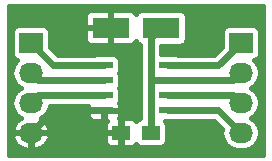
<source format=gbr>
G04 #@! TF.FileFunction,Copper,L1,Top,Signal*
%FSLAX46Y46*%
G04 Gerber Fmt 4.6, Leading zero omitted, Abs format (unit mm)*
G04 Created by KiCad (PCBNEW 4.0.2+e4-6225~38~ubuntu14.04.1-stable) date Mon 01 Aug 2016 11:47:33 SAST*
%MOMM*%
G01*
G04 APERTURE LIST*
%ADD10C,0.050000*%
%ADD11R,1.500000X1.250000*%
%ADD12R,3.149600X1.800860*%
%ADD13R,2.032000X1.727200*%
%ADD14O,2.032000X1.727200*%
%ADD15R,1.550000X0.600000*%
%ADD16C,0.600000*%
%ADD17C,0.400000*%
G04 APERTURE END LIST*
D10*
D11*
X148570000Y-109220000D03*
X146070000Y-109220000D03*
D12*
X145194020Y-100330000D03*
X149445980Y-100330000D03*
D13*
X138430000Y-101600000D03*
D14*
X138430000Y-104140000D03*
X138430000Y-106680000D03*
X138430000Y-109220000D03*
D13*
X156210000Y-101600000D03*
D14*
X156210000Y-104140000D03*
X156210000Y-106680000D03*
X156210000Y-109220000D03*
D15*
X144620000Y-103505000D03*
X144620000Y-104775000D03*
X144620000Y-106045000D03*
X144620000Y-107315000D03*
X150020000Y-107315000D03*
X150020000Y-106045000D03*
X150020000Y-104775000D03*
X150020000Y-103505000D03*
D16*
X150020000Y-104775000D02*
X155575000Y-104775000D01*
X155575000Y-104775000D02*
X156210000Y-104140000D01*
X150020000Y-104775000D02*
X148570000Y-104775000D01*
X148570000Y-109220000D02*
X148570000Y-104775000D01*
X148570000Y-104775000D02*
X148570000Y-101205980D01*
X148570000Y-101205980D02*
X149445980Y-100330000D01*
X144620000Y-107315000D02*
X140335000Y-107315000D01*
X140335000Y-107315000D02*
X138430000Y-109220000D01*
X144620000Y-103505000D02*
X140335000Y-103505000D01*
X140335000Y-103505000D02*
X138430000Y-101600000D01*
X144620000Y-104775000D02*
X139065000Y-104775000D01*
X139065000Y-104775000D02*
X138430000Y-104140000D01*
X144620000Y-106045000D02*
X139065000Y-106045000D01*
X139065000Y-106045000D02*
X138430000Y-106680000D01*
X150020000Y-103505000D02*
X154305000Y-103505000D01*
X154305000Y-103505000D02*
X156210000Y-101600000D01*
X150020000Y-106045000D02*
X155575000Y-106045000D01*
X155575000Y-106045000D02*
X156210000Y-106680000D01*
X150020000Y-107315000D02*
X154305000Y-107315000D01*
X154305000Y-107315000D02*
X156210000Y-109220000D01*
D17*
G36*
X158075000Y-111085000D02*
X136565000Y-111085000D01*
X136565000Y-109502137D01*
X136841452Y-109502137D01*
X136904745Y-109730206D01*
X137204495Y-110216738D01*
X137667615Y-110551525D01*
X138223600Y-110683600D01*
X138376000Y-110683600D01*
X138376000Y-109274000D01*
X138484000Y-109274000D01*
X138484000Y-110683600D01*
X138636400Y-110683600D01*
X139192385Y-110551525D01*
X139655505Y-110216738D01*
X139955255Y-109730206D01*
X140018548Y-109502137D01*
X139976196Y-109424000D01*
X144720000Y-109424000D01*
X144720000Y-109964348D01*
X144811345Y-110184873D01*
X144980128Y-110353656D01*
X145200653Y-110445000D01*
X145866000Y-110445000D01*
X146016000Y-110295000D01*
X146016000Y-109274000D01*
X144870000Y-109274000D01*
X144720000Y-109424000D01*
X139976196Y-109424000D01*
X139894890Y-109274000D01*
X138484000Y-109274000D01*
X138376000Y-109274000D01*
X136965110Y-109274000D01*
X136841452Y-109502137D01*
X136565000Y-109502137D01*
X136565000Y-104140000D01*
X136782341Y-104140000D01*
X136893751Y-104700095D01*
X137211020Y-105174921D01*
X137562840Y-105410000D01*
X137211020Y-105645079D01*
X136893751Y-106119905D01*
X136782341Y-106680000D01*
X136893751Y-107240095D01*
X137211020Y-107714921D01*
X137573060Y-107956829D01*
X137204495Y-108223262D01*
X136904745Y-108709794D01*
X136841452Y-108937863D01*
X136965110Y-109166000D01*
X138376000Y-109166000D01*
X138376000Y-109146000D01*
X138484000Y-109146000D01*
X138484000Y-109166000D01*
X139894890Y-109166000D01*
X140018548Y-108937863D01*
X139955255Y-108709794D01*
X139655505Y-108223262D01*
X139286940Y-107956829D01*
X139648980Y-107714921D01*
X139779890Y-107519000D01*
X143245000Y-107519000D01*
X143245000Y-107734348D01*
X143336345Y-107954873D01*
X143505128Y-108123656D01*
X143725653Y-108215000D01*
X144416000Y-108215000D01*
X144566000Y-108065000D01*
X144566000Y-107369000D01*
X144674000Y-107369000D01*
X144674000Y-108065000D01*
X144824000Y-108215000D01*
X144851472Y-108215000D01*
X144811345Y-108255127D01*
X144720000Y-108475652D01*
X144720000Y-109016000D01*
X144870000Y-109166000D01*
X146016000Y-109166000D01*
X146016000Y-108145000D01*
X145866000Y-107995000D01*
X145863528Y-107995000D01*
X145903655Y-107954873D01*
X145995000Y-107734348D01*
X145995000Y-107519000D01*
X145845000Y-107369000D01*
X144674000Y-107369000D01*
X144566000Y-107369000D01*
X143395000Y-107369000D01*
X143245000Y-107519000D01*
X139779890Y-107519000D01*
X139966249Y-107240095D01*
X140024947Y-106945000D01*
X143245000Y-106945000D01*
X143245000Y-107111000D01*
X143395000Y-107261000D01*
X144566000Y-107261000D01*
X144566000Y-107241000D01*
X144674000Y-107241000D01*
X144674000Y-107261000D01*
X145845000Y-107261000D01*
X145995000Y-107111000D01*
X145995000Y-106895652D01*
X145903655Y-106675127D01*
X145898877Y-106670349D01*
X145958556Y-106583007D01*
X146006754Y-106345000D01*
X146006754Y-105745000D01*
X145964917Y-105522654D01*
X145892357Y-105409893D01*
X145958556Y-105313007D01*
X146006754Y-105075000D01*
X146006754Y-104475000D01*
X145964917Y-104252654D01*
X145892357Y-104139893D01*
X145958556Y-104043007D01*
X146006754Y-103805000D01*
X146006754Y-103205000D01*
X145964917Y-102982654D01*
X145833510Y-102778442D01*
X145633007Y-102641444D01*
X145395000Y-102593246D01*
X143845000Y-102593246D01*
X143782532Y-102605000D01*
X140707792Y-102605000D01*
X140057754Y-101954962D01*
X140057754Y-100736400D01*
X140019671Y-100534000D01*
X143019220Y-100534000D01*
X143019220Y-101349778D01*
X143110565Y-101570303D01*
X143279348Y-101739086D01*
X143499873Y-101830430D01*
X144990020Y-101830430D01*
X145140020Y-101680430D01*
X145140020Y-100384000D01*
X143169220Y-100384000D01*
X143019220Y-100534000D01*
X140019671Y-100534000D01*
X140015917Y-100514054D01*
X139884510Y-100309842D01*
X139684007Y-100172844D01*
X139446000Y-100124646D01*
X137414000Y-100124646D01*
X137191654Y-100166483D01*
X136987442Y-100297890D01*
X136850444Y-100498393D01*
X136802246Y-100736400D01*
X136802246Y-102463600D01*
X136844083Y-102685946D01*
X136975490Y-102890158D01*
X137175993Y-103027156D01*
X137292369Y-103050723D01*
X137211020Y-103105079D01*
X136893751Y-103579905D01*
X136782341Y-104140000D01*
X136565000Y-104140000D01*
X136565000Y-99310222D01*
X143019220Y-99310222D01*
X143019220Y-100126000D01*
X143169220Y-100276000D01*
X145140020Y-100276000D01*
X145140020Y-98979570D01*
X145248020Y-98979570D01*
X145248020Y-100276000D01*
X145268020Y-100276000D01*
X145268020Y-100384000D01*
X145248020Y-100384000D01*
X145248020Y-101680430D01*
X145398020Y-101830430D01*
X146888167Y-101830430D01*
X147108692Y-101739086D01*
X147277475Y-101570303D01*
X147316408Y-101476312D01*
X147432670Y-101656988D01*
X147633173Y-101793986D01*
X147670000Y-101801444D01*
X147670000Y-108011470D01*
X147597654Y-108025083D01*
X147393442Y-108156490D01*
X147327105Y-108253577D01*
X147159872Y-108086344D01*
X146939347Y-107995000D01*
X146274000Y-107995000D01*
X146124000Y-108145000D01*
X146124000Y-109166000D01*
X146144000Y-109166000D01*
X146144000Y-109274000D01*
X146124000Y-109274000D01*
X146124000Y-110295000D01*
X146274000Y-110445000D01*
X146939347Y-110445000D01*
X147159872Y-110353656D01*
X147326863Y-110186665D01*
X147381490Y-110271558D01*
X147581993Y-110408556D01*
X147820000Y-110456754D01*
X149320000Y-110456754D01*
X149542346Y-110414917D01*
X149746558Y-110283510D01*
X149883556Y-110083007D01*
X149931754Y-109845000D01*
X149931754Y-108595000D01*
X149889917Y-108372654D01*
X149796033Y-108226754D01*
X150795000Y-108226754D01*
X150857468Y-108215000D01*
X153932208Y-108215000D01*
X154624536Y-108907328D01*
X154562341Y-109220000D01*
X154673751Y-109780095D01*
X154991020Y-110254921D01*
X155465846Y-110572190D01*
X156025941Y-110683600D01*
X156394059Y-110683600D01*
X156954154Y-110572190D01*
X157428980Y-110254921D01*
X157746249Y-109780095D01*
X157857659Y-109220000D01*
X157746249Y-108659905D01*
X157428980Y-108185079D01*
X157077160Y-107950000D01*
X157428980Y-107714921D01*
X157746249Y-107240095D01*
X157857659Y-106680000D01*
X157746249Y-106119905D01*
X157428980Y-105645079D01*
X157077160Y-105410000D01*
X157428980Y-105174921D01*
X157746249Y-104700095D01*
X157857659Y-104140000D01*
X157746249Y-103579905D01*
X157428980Y-103105079D01*
X157349668Y-103052084D01*
X157448346Y-103033517D01*
X157652558Y-102902110D01*
X157789556Y-102701607D01*
X157837754Y-102463600D01*
X157837754Y-100736400D01*
X157795917Y-100514054D01*
X157664510Y-100309842D01*
X157464007Y-100172844D01*
X157226000Y-100124646D01*
X155194000Y-100124646D01*
X154971654Y-100166483D01*
X154767442Y-100297890D01*
X154630444Y-100498393D01*
X154582246Y-100736400D01*
X154582246Y-101954962D01*
X153932208Y-102605000D01*
X150853043Y-102605000D01*
X150795000Y-102593246D01*
X149470000Y-102593246D01*
X149470000Y-101842184D01*
X151020780Y-101842184D01*
X151243126Y-101800347D01*
X151447338Y-101668940D01*
X151584336Y-101468437D01*
X151632534Y-101230430D01*
X151632534Y-99429570D01*
X151590697Y-99207224D01*
X151459290Y-99003012D01*
X151258787Y-98866014D01*
X151020780Y-98817816D01*
X147871180Y-98817816D01*
X147648834Y-98859653D01*
X147444622Y-98991060D01*
X147315123Y-99180587D01*
X147277475Y-99089697D01*
X147108692Y-98920914D01*
X146888167Y-98829570D01*
X145398020Y-98829570D01*
X145248020Y-98979570D01*
X145140020Y-98979570D01*
X144990020Y-98829570D01*
X143499873Y-98829570D01*
X143279348Y-98920914D01*
X143110565Y-99089697D01*
X143019220Y-99310222D01*
X136565000Y-99310222D01*
X136565000Y-98465000D01*
X158075000Y-98465000D01*
X158075000Y-111085000D01*
X158075000Y-111085000D01*
G37*
X158075000Y-111085000D02*
X136565000Y-111085000D01*
X136565000Y-109502137D01*
X136841452Y-109502137D01*
X136904745Y-109730206D01*
X137204495Y-110216738D01*
X137667615Y-110551525D01*
X138223600Y-110683600D01*
X138376000Y-110683600D01*
X138376000Y-109274000D01*
X138484000Y-109274000D01*
X138484000Y-110683600D01*
X138636400Y-110683600D01*
X139192385Y-110551525D01*
X139655505Y-110216738D01*
X139955255Y-109730206D01*
X140018548Y-109502137D01*
X139976196Y-109424000D01*
X144720000Y-109424000D01*
X144720000Y-109964348D01*
X144811345Y-110184873D01*
X144980128Y-110353656D01*
X145200653Y-110445000D01*
X145866000Y-110445000D01*
X146016000Y-110295000D01*
X146016000Y-109274000D01*
X144870000Y-109274000D01*
X144720000Y-109424000D01*
X139976196Y-109424000D01*
X139894890Y-109274000D01*
X138484000Y-109274000D01*
X138376000Y-109274000D01*
X136965110Y-109274000D01*
X136841452Y-109502137D01*
X136565000Y-109502137D01*
X136565000Y-104140000D01*
X136782341Y-104140000D01*
X136893751Y-104700095D01*
X137211020Y-105174921D01*
X137562840Y-105410000D01*
X137211020Y-105645079D01*
X136893751Y-106119905D01*
X136782341Y-106680000D01*
X136893751Y-107240095D01*
X137211020Y-107714921D01*
X137573060Y-107956829D01*
X137204495Y-108223262D01*
X136904745Y-108709794D01*
X136841452Y-108937863D01*
X136965110Y-109166000D01*
X138376000Y-109166000D01*
X138376000Y-109146000D01*
X138484000Y-109146000D01*
X138484000Y-109166000D01*
X139894890Y-109166000D01*
X140018548Y-108937863D01*
X139955255Y-108709794D01*
X139655505Y-108223262D01*
X139286940Y-107956829D01*
X139648980Y-107714921D01*
X139779890Y-107519000D01*
X143245000Y-107519000D01*
X143245000Y-107734348D01*
X143336345Y-107954873D01*
X143505128Y-108123656D01*
X143725653Y-108215000D01*
X144416000Y-108215000D01*
X144566000Y-108065000D01*
X144566000Y-107369000D01*
X144674000Y-107369000D01*
X144674000Y-108065000D01*
X144824000Y-108215000D01*
X144851472Y-108215000D01*
X144811345Y-108255127D01*
X144720000Y-108475652D01*
X144720000Y-109016000D01*
X144870000Y-109166000D01*
X146016000Y-109166000D01*
X146016000Y-108145000D01*
X145866000Y-107995000D01*
X145863528Y-107995000D01*
X145903655Y-107954873D01*
X145995000Y-107734348D01*
X145995000Y-107519000D01*
X145845000Y-107369000D01*
X144674000Y-107369000D01*
X144566000Y-107369000D01*
X143395000Y-107369000D01*
X143245000Y-107519000D01*
X139779890Y-107519000D01*
X139966249Y-107240095D01*
X140024947Y-106945000D01*
X143245000Y-106945000D01*
X143245000Y-107111000D01*
X143395000Y-107261000D01*
X144566000Y-107261000D01*
X144566000Y-107241000D01*
X144674000Y-107241000D01*
X144674000Y-107261000D01*
X145845000Y-107261000D01*
X145995000Y-107111000D01*
X145995000Y-106895652D01*
X145903655Y-106675127D01*
X145898877Y-106670349D01*
X145958556Y-106583007D01*
X146006754Y-106345000D01*
X146006754Y-105745000D01*
X145964917Y-105522654D01*
X145892357Y-105409893D01*
X145958556Y-105313007D01*
X146006754Y-105075000D01*
X146006754Y-104475000D01*
X145964917Y-104252654D01*
X145892357Y-104139893D01*
X145958556Y-104043007D01*
X146006754Y-103805000D01*
X146006754Y-103205000D01*
X145964917Y-102982654D01*
X145833510Y-102778442D01*
X145633007Y-102641444D01*
X145395000Y-102593246D01*
X143845000Y-102593246D01*
X143782532Y-102605000D01*
X140707792Y-102605000D01*
X140057754Y-101954962D01*
X140057754Y-100736400D01*
X140019671Y-100534000D01*
X143019220Y-100534000D01*
X143019220Y-101349778D01*
X143110565Y-101570303D01*
X143279348Y-101739086D01*
X143499873Y-101830430D01*
X144990020Y-101830430D01*
X145140020Y-101680430D01*
X145140020Y-100384000D01*
X143169220Y-100384000D01*
X143019220Y-100534000D01*
X140019671Y-100534000D01*
X140015917Y-100514054D01*
X139884510Y-100309842D01*
X139684007Y-100172844D01*
X139446000Y-100124646D01*
X137414000Y-100124646D01*
X137191654Y-100166483D01*
X136987442Y-100297890D01*
X136850444Y-100498393D01*
X136802246Y-100736400D01*
X136802246Y-102463600D01*
X136844083Y-102685946D01*
X136975490Y-102890158D01*
X137175993Y-103027156D01*
X137292369Y-103050723D01*
X137211020Y-103105079D01*
X136893751Y-103579905D01*
X136782341Y-104140000D01*
X136565000Y-104140000D01*
X136565000Y-99310222D01*
X143019220Y-99310222D01*
X143019220Y-100126000D01*
X143169220Y-100276000D01*
X145140020Y-100276000D01*
X145140020Y-98979570D01*
X145248020Y-98979570D01*
X145248020Y-100276000D01*
X145268020Y-100276000D01*
X145268020Y-100384000D01*
X145248020Y-100384000D01*
X145248020Y-101680430D01*
X145398020Y-101830430D01*
X146888167Y-101830430D01*
X147108692Y-101739086D01*
X147277475Y-101570303D01*
X147316408Y-101476312D01*
X147432670Y-101656988D01*
X147633173Y-101793986D01*
X147670000Y-101801444D01*
X147670000Y-108011470D01*
X147597654Y-108025083D01*
X147393442Y-108156490D01*
X147327105Y-108253577D01*
X147159872Y-108086344D01*
X146939347Y-107995000D01*
X146274000Y-107995000D01*
X146124000Y-108145000D01*
X146124000Y-109166000D01*
X146144000Y-109166000D01*
X146144000Y-109274000D01*
X146124000Y-109274000D01*
X146124000Y-110295000D01*
X146274000Y-110445000D01*
X146939347Y-110445000D01*
X147159872Y-110353656D01*
X147326863Y-110186665D01*
X147381490Y-110271558D01*
X147581993Y-110408556D01*
X147820000Y-110456754D01*
X149320000Y-110456754D01*
X149542346Y-110414917D01*
X149746558Y-110283510D01*
X149883556Y-110083007D01*
X149931754Y-109845000D01*
X149931754Y-108595000D01*
X149889917Y-108372654D01*
X149796033Y-108226754D01*
X150795000Y-108226754D01*
X150857468Y-108215000D01*
X153932208Y-108215000D01*
X154624536Y-108907328D01*
X154562341Y-109220000D01*
X154673751Y-109780095D01*
X154991020Y-110254921D01*
X155465846Y-110572190D01*
X156025941Y-110683600D01*
X156394059Y-110683600D01*
X156954154Y-110572190D01*
X157428980Y-110254921D01*
X157746249Y-109780095D01*
X157857659Y-109220000D01*
X157746249Y-108659905D01*
X157428980Y-108185079D01*
X157077160Y-107950000D01*
X157428980Y-107714921D01*
X157746249Y-107240095D01*
X157857659Y-106680000D01*
X157746249Y-106119905D01*
X157428980Y-105645079D01*
X157077160Y-105410000D01*
X157428980Y-105174921D01*
X157746249Y-104700095D01*
X157857659Y-104140000D01*
X157746249Y-103579905D01*
X157428980Y-103105079D01*
X157349668Y-103052084D01*
X157448346Y-103033517D01*
X157652558Y-102902110D01*
X157789556Y-102701607D01*
X157837754Y-102463600D01*
X157837754Y-100736400D01*
X157795917Y-100514054D01*
X157664510Y-100309842D01*
X157464007Y-100172844D01*
X157226000Y-100124646D01*
X155194000Y-100124646D01*
X154971654Y-100166483D01*
X154767442Y-100297890D01*
X154630444Y-100498393D01*
X154582246Y-100736400D01*
X154582246Y-101954962D01*
X153932208Y-102605000D01*
X150853043Y-102605000D01*
X150795000Y-102593246D01*
X149470000Y-102593246D01*
X149470000Y-101842184D01*
X151020780Y-101842184D01*
X151243126Y-101800347D01*
X151447338Y-101668940D01*
X151584336Y-101468437D01*
X151632534Y-101230430D01*
X151632534Y-99429570D01*
X151590697Y-99207224D01*
X151459290Y-99003012D01*
X151258787Y-98866014D01*
X151020780Y-98817816D01*
X147871180Y-98817816D01*
X147648834Y-98859653D01*
X147444622Y-98991060D01*
X147315123Y-99180587D01*
X147277475Y-99089697D01*
X147108692Y-98920914D01*
X146888167Y-98829570D01*
X145398020Y-98829570D01*
X145248020Y-98979570D01*
X145140020Y-98979570D01*
X144990020Y-98829570D01*
X143499873Y-98829570D01*
X143279348Y-98920914D01*
X143110565Y-99089697D01*
X143019220Y-99310222D01*
X136565000Y-99310222D01*
X136565000Y-98465000D01*
X158075000Y-98465000D01*
X158075000Y-111085000D01*
M02*

</source>
